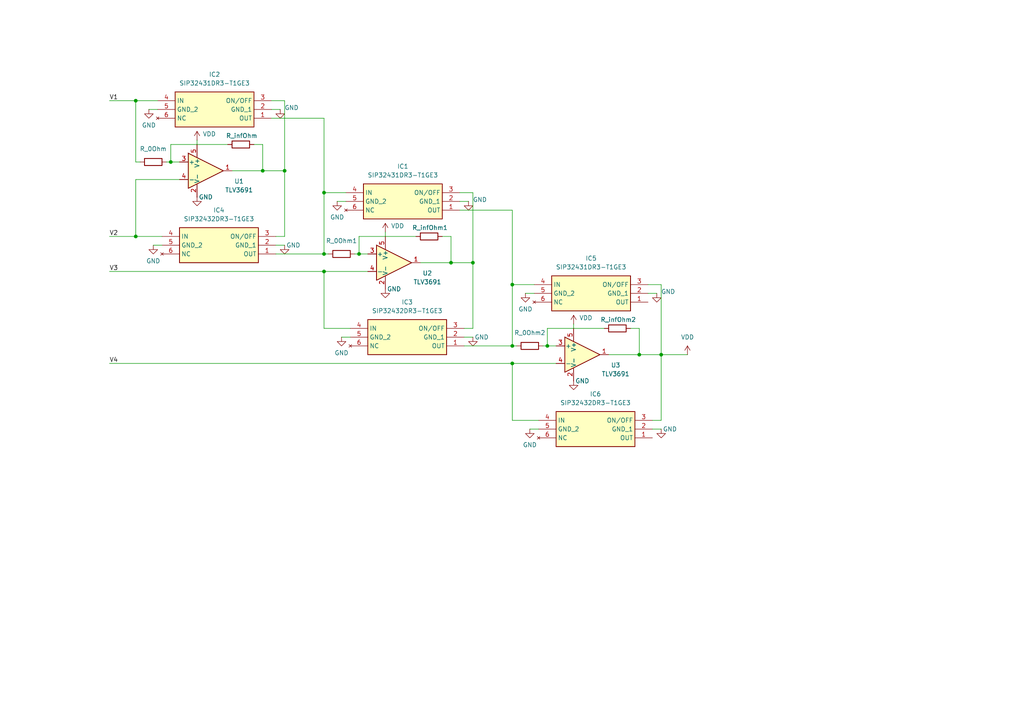
<source format=kicad_sch>
(kicad_sch (version 20231120) (generator "eeschema") (generator_version "8.0")
  (paper "A4")
  (lib_symbols
    (symbol "Comparator:TLV7031DBV" (pin_names (offset 0.127))
      (property "Reference" "U" (at -1.27 6.35 0))
      (property "Value" "TLV7031DBV" (at -1.27 3.81 0))
      (symbol "TLV7031DBV_0_1"
        (polyline (pts (xy -5.08 5.08) (xy 5.08 0) (xy -5.08 -5.08) (xy -5.08 5.08)) (stroke (width 0.254)) (fill (type background)))
        (pin power_in line (at -2.54 -7.62 90) (length 3.81) (name "V-") (number "2"))
        (pin power_in line (at -2.54 7.62 270) (length 3.81) (name "V+") (number "5"))
      )
      (symbol "TLV7031DBV_1_1"
        (pin output line (at 7.62 0 180) (length 2.54) (name "~") (number "1"))
        (pin input line (at -7.62 2.54 0) (length 2.54) (name "+") (number "3"))
        (pin input line (at -7.62 -2.54 0) (length 2.54) (name "-") (number "4"))
      )
    )
    (symbol "Device:R" (pin_numbers hide) (pin_names (offset 0))
      (property "Reference" "R" (at 2.032 0 90))
      (property "Value" "R" (at 0 0 90))
      (symbol "R_0_1"
        (rectangle (start -1.016 -2.54) (end 1.016 2.54) (stroke (width 0.254)))
      )
      (symbol "R_1_1"
        (pin passive line (at 0 3.81 270) (length 1.27) (name "~") (number "1"))
        (pin passive line (at 0 -3.81 90) (length 1.27) (name "~") (number "2"))
      )
    )
    (symbol "SIP32431DR3-T1GE3:SIP32431DR3-T1GE3"
      (property "Reference" "IC" (at 29.21 7.62 0))
      (property "Value" "SIP32431DR3-T1GE3" (at 29.21 5.08 0))
      (symbol "SIP32431DR3-T1GE3_1_1"
        (rectangle (start 5.08 2.54) (end 27.94 -7.62) (stroke (width 0.254)) (fill (type background)))
        (pin passive line (at 0 0 0) (length 5.08) (name "OUT") (number "1"))
        (pin passive line (at 0 -2.54 0) (length 5.08) (name "GND_1") (number "2"))
        (pin passive line (at 0 -5.08 0) (length 5.08) (name "ON/OFF") (number "3"))
        (pin passive line (at 33.02 -5.08 180) (length 5.08) (name "IN") (number "4"))
        (pin passive line (at 33.02 -2.54 180) (length 5.08) (name "GND_2") (number "5"))
        (pin no_connect line (at 33.02 0 180) (length 5.08) (name "NC") (number "6"))
      )
    )
    (symbol "power:GND" (power) (pin_numbers hide) (pin_names (offset 0) hide)
      (property "Value" "GND" (at 0 -3.81 0))
      (symbol "GND_0_1"
        (polyline (pts (xy 0 0) (xy 0 -1.27) (xy 1.27 -1.27) (xy 0 -2.54) (xy -1.27 -1.27) (xy 0 -1.27)))
      )
      (symbol "GND_1_1"
        (pin power_in line (at 0 0 270) (length 0) (name "~") (number "1"))
      )
    )
    (symbol "power:VDD" (power) (pin_numbers hide) (pin_names (offset 0) hide)
      (property "Value" "VDD" (at 0 3.556 0))
      (symbol "VDD_0_1"
        (polyline (pts (xy -0.762 1.27) (xy 0 2.54)))
        (polyline (pts (xy 0 0) (xy 0 2.54)))
        (polyline (pts (xy 0 2.54) (xy 0.762 1.27)))
      )
      (symbol "VDD_1_1"
        (pin power_in line (at 0 0 90) (length 0) (name "~") (number "1"))
      )
    )
  )
  (junction (at 82.55 49.53))
  (junction (at 93.98 73.66))
  (junction (at 39.37 68.58))
  (junction (at 93.98 55.88))
  (junction (at 158.75 100.33))
  (junction (at 185.42 102.87))
  (junction (at 148.59 105.41))
  (junction (at 93.98 78.74))
  (junction (at 137.16 76.2))
  (junction (at 130.81 76.2))
  (junction (at 104.14 73.66))
  (junction (at 49.53 46.99))
  (junction (at 148.59 100.33))
  (junction (at 191.77 102.87))
  (junction (at 148.59 82.55))
  (junction (at 76.2 49.53))
  (junction (at 39.37 29.21))
  (wire (pts (xy 82.55 49.53) (xy 82.55 68.58)))
  (wire (pts (xy 191.77 82.55) (xy 191.77 102.87)))
  (wire (pts (xy 133.35 58.42) (xy 135.89 58.42)))
  (wire (pts (xy 104.14 68.58) (xy 104.14 73.66)))
  (wire (pts (xy 189.23 121.92) (xy 191.77 121.92)))
  (wire (pts (xy 148.59 121.92) (xy 156.21 121.92)))
  (wire (pts (xy 166.37 93.98) (xy 166.37 95.25)))
  (wire (pts (xy 111.76 67.31) (xy 111.76 68.58)))
  (wire (pts (xy 93.98 73.66) (xy 93.98 55.88)))
  (wire (pts (xy 191.77 102.87) (xy 191.77 121.92)))
  (wire (pts (xy 187.96 85.09) (xy 190.5 85.09)))
  (wire (pts (xy 82.55 71.12) (xy 80.01 71.12)))
  (wire (pts (xy 39.37 52.07) (xy 39.37 68.58)))
  (wire (pts (xy 97.79 58.42) (xy 100.33 58.42)))
  (wire (pts (xy 93.98 78.74) (xy 106.68 78.74)))
  (wire (pts (xy 52.07 52.07) (xy 39.37 52.07)))
  (wire (pts (xy 43.18 31.75) (xy 45.72 31.75)))
  (wire (pts (xy 130.81 68.58) (xy 130.81 76.2)))
  (wire (pts (xy 52.07 46.99) (xy 49.53 46.99)))
  (wire (pts (xy 148.59 100.33) (xy 149.86 100.33)))
  (wire (pts (xy 57.15 40.64) (xy 57.15 41.91)))
  (wire (pts (xy 93.98 55.88) (xy 100.33 55.88)))
  (wire (pts (xy 49.53 46.99) (xy 48.26 46.99)))
  (wire (pts (xy 99.06 97.79) (xy 101.6 97.79)))
  (wire (pts (xy 39.37 68.58) (xy 46.99 68.58)))
  (wire (pts (xy 31.75 105.41) (xy 148.59 105.41)))
  (wire (pts (xy 148.59 100.33) (xy 148.59 82.55)))
  (wire (pts (xy 106.68 73.66) (xy 104.14 73.66)))
  (wire (pts (xy 148.59 82.55) (xy 154.94 82.55)))
  (wire (pts (xy 76.2 41.91) (xy 73.66 41.91)))
  (wire (pts (xy 130.81 68.58) (xy 128.27 68.58)))
  (wire (pts (xy 31.75 68.58) (xy 39.37 68.58)))
  (wire (pts (xy 134.62 100.33) (xy 148.59 100.33)))
  (wire (pts (xy 121.92 76.2) (xy 130.81 76.2)))
  (wire (pts (xy 39.37 29.21) (xy 45.72 29.21)))
  (wire (pts (xy 185.42 95.25) (xy 182.88 95.25)))
  (wire (pts (xy 187.96 82.55) (xy 191.77 82.55)))
  (wire (pts (xy 44.45 71.12) (xy 46.99 71.12)))
  (wire (pts (xy 152.4 85.09) (xy 154.94 85.09)))
  (wire (pts (xy 158.75 95.25) (xy 175.26 95.25)))
  (wire (pts (xy 39.37 46.99) (xy 39.37 29.21)))
  (wire (pts (xy 137.16 97.79) (xy 134.62 97.79)))
  (wire (pts (xy 148.59 60.96) (xy 148.59 82.55)))
  (wire (pts (xy 158.75 100.33) (xy 157.48 100.33)))
  (wire (pts (xy 93.98 73.66) (xy 95.25 73.66)))
  (wire (pts (xy 93.98 95.25) (xy 101.6 95.25)))
  (wire (pts (xy 31.75 29.21) (xy 39.37 29.21)))
  (wire (pts (xy 133.35 55.88) (xy 137.16 55.88)))
  (wire (pts (xy 78.74 29.21) (xy 82.55 29.21)))
  (wire (pts (xy 134.62 95.25) (xy 137.16 95.25)))
  (wire (pts (xy 191.77 124.46) (xy 189.23 124.46)))
  (wire (pts (xy 39.37 46.99) (xy 40.64 46.99)))
  (wire (pts (xy 49.53 41.91) (xy 49.53 46.99)))
  (wire (pts (xy 80.01 73.66) (xy 93.98 73.66)))
  (wire (pts (xy 31.75 78.74) (xy 93.98 78.74)))
  (wire (pts (xy 185.42 95.25) (xy 185.42 102.87)))
  (wire (pts (xy 93.98 34.29) (xy 93.98 55.88)))
  (wire (pts (xy 137.16 76.2) (xy 137.16 95.25)))
  (wire (pts (xy 78.74 31.75) (xy 81.28 31.75)))
  (wire (pts (xy 161.29 100.33) (xy 158.75 100.33)))
  (wire (pts (xy 130.81 76.2) (xy 137.16 76.2)))
  (wire (pts (xy 137.16 55.88) (xy 137.16 76.2)))
  (wire (pts (xy 82.55 29.21) (xy 82.55 49.53)))
  (wire (pts (xy 49.53 41.91) (xy 66.04 41.91)))
  (wire (pts (xy 78.74 34.29) (xy 93.98 34.29)))
  (wire (pts (xy 104.14 73.66) (xy 102.87 73.66)))
  (wire (pts (xy 191.77 102.87) (xy 199.39 102.87)))
  (wire (pts (xy 176.53 102.87) (xy 185.42 102.87)))
  (wire (pts (xy 133.35 60.96) (xy 148.59 60.96)))
  (wire (pts (xy 67.31 49.53) (xy 76.2 49.53)))
  (wire (pts (xy 76.2 49.53) (xy 82.55 49.53)))
  (wire (pts (xy 80.01 68.58) (xy 82.55 68.58)))
  (wire (pts (xy 153.67 124.46) (xy 156.21 124.46)))
  (wire (pts (xy 76.2 41.91) (xy 76.2 49.53)))
  (wire (pts (xy 148.59 105.41) (xy 161.29 105.41)))
  (wire (pts (xy 148.59 105.41) (xy 148.59 121.92)))
  (wire (pts (xy 93.98 78.74) (xy 93.98 95.25)))
  (wire (pts (xy 158.75 95.25) (xy 158.75 100.33)))
  (wire (pts (xy 104.14 68.58) (xy 120.65 68.58)))
  (wire (pts (xy 185.42 102.87) (xy 191.77 102.87)))
  (label "V3" (at 31.75 78.74 0))
  (label "V2" (at 31.75 68.58 0))
  (label "V1" (at 31.75 29.21 0))
  (label "V4" (at 31.75 105.41 0))
  (symbol (lib_id "power:GND") (at 190.5 85.09 0) (unit 1)
    (property "Reference" "#PWR010" (effects (hide yes)))
    (property "Value" "GND" (at 193.802 84.582 0))
    (property "Description" "Power symbol creates a global label with name \"GND\" , ground" (effects (hide yes)))
  )
  (symbol (lib_id "power:GND") (at 153.67 124.46 0) (unit 1)
    (property "Reference" "#PWR014" (effects (hide yes)))
    (property "Value" "GND" (at 153.67 129.032 0))
    (property "Description" "Power symbol creates a global label with name \"GND\" , ground" (effects (hide yes)))
  )
  (symbol (lib_id "power:VDD") (at 111.76 67.31 0) (unit 1)
    (property "Reference" "#PWR05" (effects (hide yes)))
    (property "Value" "VDD" (at 115.316 65.532 0))
    (property "Description" "Power symbol creates a global label with name \"VDD\"" (effects (hide yes)))
  )
  (symbol (lib_id "Comparator:TLV7031DBV") (at 59.69 49.53 0) (unit 1)
    (property "Reference" "U1" (at 69.342 52.578 0))
    (property "Value" "TLV3691" (at 69.342 55.118 0))
    (property "Footprint" "Package_TO_SOT_SMD:SOT-23-5_HandSoldering" (effects (hide yes)))
    (property "Datasheet" "https://www.ti.com/lit/ds/symlink/tlv7031.pdf" (effects (hide yes)))
    (property "Description" "Single, 1.6V-6.5V, 315nA Quiescent, Push-Pull Output, Comparator, SOT-23-5/SC-70" (effects (hide yes)))
  )
  (symbol (lib_id "Comparator:TLV7031DBV") (at 114.3 76.2 0) (unit 1)
    (property "Reference" "U2" (at 123.952 79.248 0))
    (property "Value" "TLV3691" (at 123.952 81.788 0))
    (property "Footprint" "Package_TO_SOT_SMD:SOT-23-5_HandSoldering" (effects (hide yes)))
    (property "Datasheet" "https://www.ti.com/lit/ds/symlink/tlv7031.pdf" (effects (hide yes)))
    (property "Description" "Single, 1.6V-6.5V, 315nA Quiescent, Push-Pull Output, Comparator, SOT-23-5/SC-70" (effects (hide yes)))
  )
  (symbol (lib_id "Device:R") (at 179.07 95.25 90) (unit 1)
    (property "Reference" "R_infOhm2" (at 179.324 92.71 90))
    (property "Value" "0" (effects (hide yes)))
    (property "Description" "Resistor" (effects (hide yes)))
  )
  (symbol (lib_id "SIP32431DR3-T1GE3:SIP32431DR3-T1GE3") (at 134.62 100.33 180) (unit 1)
    (property "Reference" "IC3" (at 118.11 87.63 0))
    (property "Value" "SIP32432DR3-T1GE3" (at 118.11 90.17 0))
    (property "Footprint" "SOT65P210X110-6N" (effects (hide yes)))
    (property "Datasheet" "https://www.vishay.com/docs/66597/sip32431.pdf" (effects (hide yes)))
    (property "Description" "VISHAY - SIP32431DR3-T1GE3 - IC, LOAD SWITCH, 1.1V-5.5V, 1A, SC70" (effects (hide yes)))
    (property "Height" "1.1" (effects (hide yes)))
    (property "Mouser Part Number" "781-SIP32431DR3-GE3" (effects (hide yes)))
    (property "Mouser Price/Stock" "https://www.mouser.co.uk/ProductDetail/Vishay-Semiconductors/SIP32431DR3-T1GE3?qs=FfLXECYddQQfTuH6ZEcWCg%3D%3D" (effects (hide yes)))
    (property "Manufacturer_Name" "Vishay" (effects (hide yes)))
    (property "Manufacturer_Part_Number" "SIP32431DR3-T1GE3" (effects (hide yes)))
  )
  (symbol (lib_id "power:VDD") (at 57.15 40.64 0) (unit 1)
    (property "Reference" "#PWR031" (effects (hide yes)))
    (property "Value" "VDD" (at 60.706 38.862 0))
    (property "Description" "Power symbol creates a global label with name \"VDD\"" (effects (hide yes)))
  )
  (symbol (lib_id "SIP32431DR3-T1GE3:SIP32431DR3-T1GE3") (at 78.74 34.29 180) (unit 1)
    (property "Reference" "IC2" (at 62.23 21.59 0))
    (property "Value" "SIP32431DR3-T1GE3" (at 62.23 24.13 0))
    (property "Footprint" "SOT65P210X110-6N" (effects (hide yes)))
    (property "Datasheet" "https://www.vishay.com/docs/66597/sip32431.pdf" (effects (hide yes)))
    (property "Description" "VISHAY - SIP32431DR3-T1GE3 - IC, LOAD SWITCH, 1.1V-5.5V, 1A, SC70" (effects (hide yes)))
    (property "Height" "1.1" (effects (hide yes)))
    (property "Mouser Part Number" "781-SIP32431DR3-GE3" (effects (hide yes)))
    (property "Mouser Price/Stock" "https://www.mouser.co.uk/ProductDetail/Vishay-Semiconductors/SIP32431DR3-T1GE3?qs=FfLXECYddQQfTuH6ZEcWCg%3D%3D" (effects (hide yes)))
    (property "Manufacturer_Name" "Vishay" (effects (hide yes)))
    (property "Manufacturer_Part_Number" "SIP32431DR3-T1GE3" (effects (hide yes)))
  )
  (symbol (lib_id "Device:R") (at 153.67 100.33 90) (unit 1)
    (property "Reference" "R_0Ohm2" (at 153.67 96.52 90))
    (property "Value" "0" (effects (hide yes)))
    (property "Description" "Resistor" (effects (hide yes)))
  )
  (symbol (lib_id "power:GND") (at 97.79 58.42 0) (unit 1)
    (property "Reference" "#PWR01" (effects (hide yes)))
    (property "Value" "GND" (at 97.79 62.992 0))
    (property "Description" "Power symbol creates a global label with name \"GND\" , ground" (effects (hide yes)))
  )
  (symbol (lib_id "SIP32431DR3-T1GE3:SIP32431DR3-T1GE3") (at 133.35 60.96 180) (unit 1)
    (property "Reference" "IC1" (at 116.84 48.26 0))
    (property "Value" "SIP32431DR3-T1GE3" (at 116.84 50.8 0))
    (property "Footprint" "SOT65P210X110-6N" (effects (hide yes)))
    (property "Datasheet" "https://www.vishay.com/docs/66597/sip32431.pdf" (effects (hide yes)))
    (property "Description" "VISHAY - SIP32431DR3-T1GE3 - IC, LOAD SWITCH, 1.1V-5.5V, 1A, SC70" (effects (hide yes)))
    (property "Height" "1.1" (effects (hide yes)))
    (property "Mouser Part Number" "781-SIP32431DR3-GE3" (effects (hide yes)))
    (property "Mouser Price/Stock" "https://www.mouser.co.uk/ProductDetail/Vishay-Semiconductors/SIP32431DR3-T1GE3?qs=FfLXECYddQQfTuH6ZEcWCg%3D%3D" (effects (hide yes)))
    (property "Manufacturer_Name" "Vishay" (effects (hide yes)))
    (property "Manufacturer_Part_Number" "SIP32431DR3-T1GE3" (effects (hide yes)))
  )
  (symbol (lib_id "power:GND") (at 111.76 83.82 0) (unit 1)
    (property "Reference" "#PWR06" (effects (hide yes)))
    (property "Value" "GND" (at 114.3 83.82 0))
    (property "Description" "Power symbol creates a global label with name \"GND\" , ground" (effects (hide yes)))
  )
  (symbol (lib_id "power:GND") (at 135.89 58.42 0) (unit 1)
    (property "Reference" "#PWR02" (effects (hide yes)))
    (property "Value" "GND" (at 139.192 57.912 0))
    (property "Description" "Power symbol creates a global label with name \"GND\" , ground" (effects (hide yes)))
  )
  (symbol (lib_id "power:GND") (at 137.16 97.79 0) (unit 1)
    (property "Reference" "#PWR012" (effects (hide yes)))
    (property "Value" "GND" (at 139.7 97.79 0))
    (property "Description" "Power symbol creates a global label with name \"GND\" , ground" (effects (hide yes)))
  )
  (symbol (lib_id "power:GND") (at 43.18 31.75 0) (unit 1)
    (property "Reference" "#PWR03" (effects (hide yes)))
    (property "Value" "GND" (at 43.18 36.322 0))
    (property "Description" "Power symbol creates a global label with name \"GND\" , ground" (effects (hide yes)))
  )
  (symbol (lib_id "SIP32431DR3-T1GE3:SIP32431DR3-T1GE3") (at 187.96 87.63 180) (unit 1)
    (property "Reference" "IC5" (at 171.45 74.93 0))
    (property "Value" "SIP32431DR3-T1GE3" (at 171.45 77.47 0))
    (property "Footprint" "SOT65P210X110-6N" (effects (hide yes)))
    (property "Datasheet" "https://www.vishay.com/docs/66597/sip32431.pdf" (effects (hide yes)))
    (property "Description" "VISHAY - SIP32431DR3-T1GE3 - IC, LOAD SWITCH, 1.1V-5.5V, 1A, SC70" (effects (hide yes)))
    (property "Height" "1.1" (effects (hide yes)))
    (property "Mouser Part Number" "781-SIP32431DR3-GE3" (effects (hide yes)))
    (property "Mouser Price/Stock" "https://www.mouser.co.uk/ProductDetail/Vishay-Semiconductors/SIP32431DR3-T1GE3?qs=FfLXECYddQQfTuH6ZEcWCg%3D%3D" (effects (hide yes)))
    (property "Manufacturer_Name" "Vishay" (effects (hide yes)))
    (property "Manufacturer_Part_Number" "SIP32431DR3-T1GE3" (effects (hide yes)))
  )
  (symbol (lib_id "power:GND") (at 191.77 124.46 0) (unit 1)
    (property "Reference" "#PWR015" (effects (hide yes)))
    (property "Value" "GND" (at 194.31 124.46 0))
    (property "Description" "Power symbol creates a global label with name \"GND\" , ground" (effects (hide yes)))
  )
  (symbol (lib_id "power:GND") (at 166.37 110.49 0) (unit 1)
    (property "Reference" "#PWR013" (effects (hide yes)))
    (property "Value" "GND" (at 168.91 110.49 0))
    (property "Description" "Power symbol creates a global label with name \"GND\" , ground" (effects (hide yes)))
  )
  (symbol (lib_id "power:VDD") (at 199.39 102.87 0) (unit 1)
    (property "Reference" "#PWR08" (effects (hide yes)))
    (property "Value" "VDD" (at 199.39 97.79 0))
    (property "Description" "Power symbol creates a global label with name \"VDD\"" (effects (hide yes)))
  )
  (symbol (lib_id "power:GND") (at 99.06 97.79 0) (unit 1)
    (property "Reference" "#PWR07" (effects (hide yes)))
    (property "Value" "GND" (at 99.06 102.362 0))
    (property "Description" "Power symbol creates a global label with name \"GND\" , ground" (effects (hide yes)))
  )
  (symbol (lib_id "Device:R") (at 99.06 73.66 90) (unit 1)
    (property "Reference" "R_0Ohm1" (at 99.06 69.85 90))
    (property "Value" "0" (effects (hide yes)))
    (property "Description" "Resistor" (effects (hide yes)))
  )
  (symbol (lib_id "power:GND") (at 57.15 57.15 0) (unit 1)
    (property "Reference" "#PWR032" (effects (hide yes)))
    (property "Value" "GND" (at 59.69 57.15 0))
    (property "Description" "Power symbol creates a global label with name \"GND\" , ground" (effects (hide yes)))
  )
  (symbol (lib_id "SIP32431DR3-T1GE3:SIP32431DR3-T1GE3") (at 80.01 73.66 180) (unit 1)
    (property "Reference" "IC4" (at 63.5 60.96 0))
    (property "Value" "SIP32432DR3-T1GE3" (at 63.5 63.5 0))
    (property "Footprint" "SOT65P210X110-6N" (effects (hide yes)))
    (property "Datasheet" "https://www.vishay.com/docs/66597/sip32431.pdf" (effects (hide yes)))
    (property "Description" "VISHAY - SIP32431DR3-T1GE3 - IC, LOAD SWITCH, 1.1V-5.5V, 1A, SC70" (effects (hide yes)))
    (property "Height" "1.1" (effects (hide yes)))
    (property "Mouser Part Number" "781-SIP32431DR3-GE3" (effects (hide yes)))
    (property "Mouser Price/Stock" "https://www.mouser.co.uk/ProductDetail/Vishay-Semiconductors/SIP32431DR3-T1GE3?qs=FfLXECYddQQfTuH6ZEcWCg%3D%3D" (effects (hide yes)))
    (property "Manufacturer_Name" "Vishay" (effects (hide yes)))
    (property "Manufacturer_Part_Number" "SIP32431DR3-T1GE3" (effects (hide yes)))
  )
  (symbol (lib_id "power:GND") (at 81.28 31.75 0) (unit 1)
    (property "Reference" "#PWR04" (effects (hide yes)))
    (property "Value" "GND" (at 84.582 31.242 0))
    (property "Description" "Power symbol creates a global label with name \"GND\" , ground" (effects (hide yes)))
  )
  (symbol (lib_id "Device:R") (at 69.85 41.91 90) (unit 1)
    (property "Reference" "R_infOhm" (at 70.104 39.37 90))
    (property "Value" "0" (effects (hide yes)))
    (property "Description" "Resistor" (effects (hide yes)))
  )
  (symbol (lib_id "Device:R") (at 124.46 68.58 90) (unit 1)
    (property "Reference" "R_infOhm1" (at 124.714 66.04 90))
    (property "Value" "0" (effects (hide yes)))
    (property "Description" "Resistor" (effects (hide yes)))
  )
  (symbol (lib_id "power:GND") (at 44.45 71.12 0) (unit 1)
    (property "Reference" "#PWR017" (effects (hide yes)))
    (property "Value" "GND" (at 44.45 75.692 0))
    (property "Description" "Power symbol creates a global label with name \"GND\" , ground" (effects (hide yes)))
  )
  (symbol (lib_id "Device:R") (at 44.45 46.99 90) (unit 1)
    (property "Reference" "R_0Ohm" (at 44.45 43.18 90))
    (property "Value" "0" (effects (hide yes)))
    (property "Description" "Resistor" (effects (hide yes)))
  )
  (symbol (lib_id "power:GND") (at 82.55 71.12 0) (unit 1)
    (property "Reference" "#PWR018" (effects (hide yes)))
    (property "Value" "GND" (at 85.09 71.12 0))
    (property "Description" "Power symbol creates a global label with name \"GND\" , ground" (effects (hide yes)))
  )
  (symbol (lib_id "power:VDD") (at 166.37 93.98 0) (unit 1)
    (property "Reference" "#PWR011" (effects (hide yes)))
    (property "Value" "VDD" (at 169.926 92.202 0))
    (property "Description" "Power symbol creates a global label with name \"VDD\"" (effects (hide yes)))
  )
  (symbol (lib_id "SIP32431DR3-T1GE3:SIP32431DR3-T1GE3") (at 189.23 127 180) (unit 1)
    (property "Reference" "IC6" (at 172.72 114.3 0))
    (property "Value" "SIP32432DR3-T1GE3" (at 172.72 116.84 0))
    (property "Footprint" "SOT65P210X110-6N" (effects (hide yes)))
    (property "Datasheet" "https://www.vishay.com/docs/66597/sip32431.pdf" (effects (hide yes)))
    (property "Description" "VISHAY - SIP32431DR3-T1GE3 - IC, LOAD SWITCH, 1.1V-5.5V, 1A, SC70" (effects (hide yes)))
    (property "Height" "1.1" (effects (hide yes)))
    (property "Mouser Part Number" "781-SIP32431DR3-GE3" (effects (hide yes)))
    (property "Mouser Price/Stock" "https://www.mouser.co.uk/ProductDetail/Vishay-Semiconductors/SIP32431DR3-T1GE3?qs=FfLXECYddQQfTuH6ZEcWCg%3D%3D" (effects (hide yes)))
    (property "Manufacturer_Name" "Vishay" (effects (hide yes)))
    (property "Manufacturer_Part_Number" "SIP32431DR3-T1GE3" (effects (hide yes)))
  )
  (symbol (lib_id "power:GND") (at 152.4 85.09 0) (unit 1)
    (property "Reference" "#PWR09" (effects (hide yes)))
    (property "Value" "GND" (at 152.4 89.662 0))
    (property "Description" "Power symbol creates a global label with name \"GND\" , ground" (effects (hide yes)))
  )
  (symbol (lib_id "Comparator:TLV7031DBV") (at 168.91 102.87 0) (unit 1)
    (property "Reference" "U3" (at 178.562 105.918 0))
    (property "Value" "TLV3691" (at 178.562 108.458 0))
    (property "Footprint" "Package_TO_SOT_SMD:SOT-23-5_HandSoldering" (effects (hide yes)))
    (property "Datasheet" "https://www.ti.com/lit/ds/symlink/tlv7031.pdf" (effects (hide yes)))
    (property "Description" "Single, 1.6V-6.5V, 315nA Quiescent, Push-Pull Output, Comparator, SOT-23-5/SC-70" (effects (hide yes)))
  )
)
</source>
